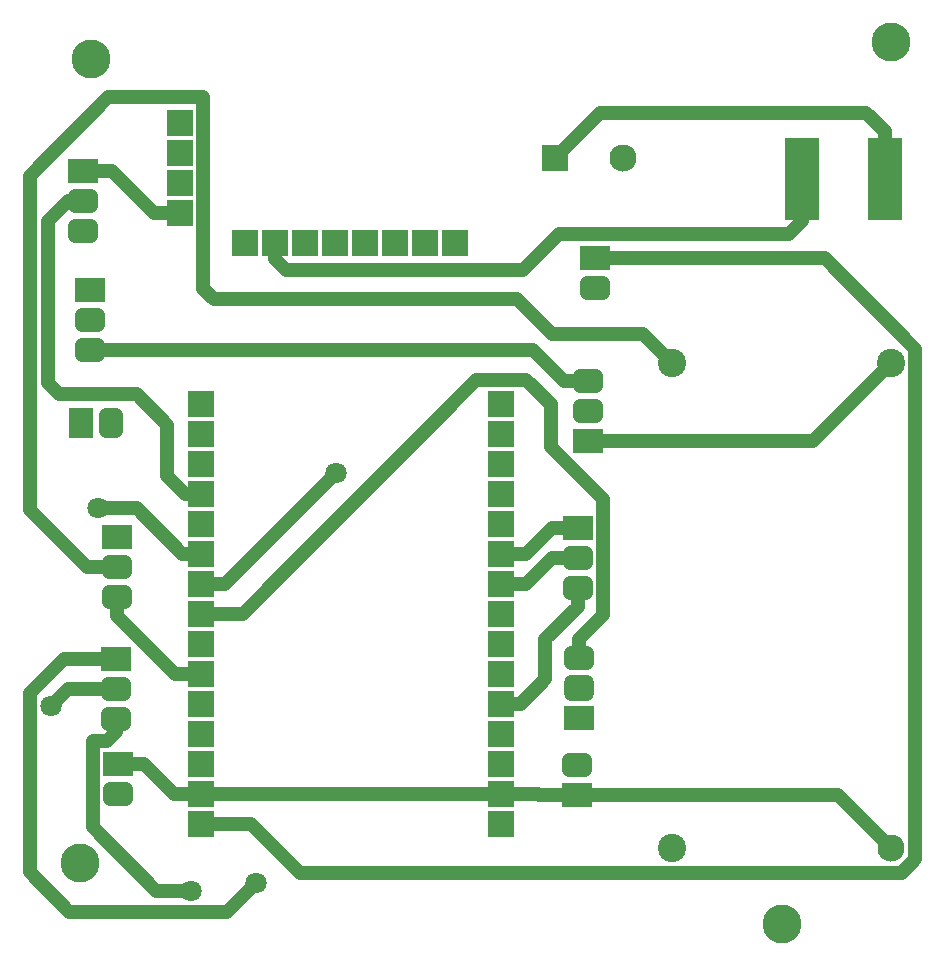
<source format=gbl>
G04*
G04 #@! TF.GenerationSoftware,Altium Limited,Altium Designer,24.0.1 (36)*
G04*
G04 Layer_Physical_Order=2*
G04 Layer_Color=16711680*
%FSLAX43Y43*%
%MOMM*%
G71*
G04*
G04 #@! TF.SameCoordinates,EBF473D2-59F7-4800-8C67-C9A5536F996E*
G04*
G04*
G04 #@! TF.FilePolarity,Positive*
G04*
G01*
G75*
%ADD25R,2.300X2.300*%
%ADD27C,1.200*%
%ADD28R,3.000X7.000*%
G04:AMPARAMS|DCode=29|XSize=2mm|YSize=2.5mm|CornerRadius=0.5mm|HoleSize=0mm|Usage=FLASHONLY|Rotation=270.000|XOffset=0mm|YOffset=0mm|HoleType=Round|Shape=RoundedRectangle|*
%AMROUNDEDRECTD29*
21,1,2.000,1.500,0,0,270.0*
21,1,1.000,2.500,0,0,270.0*
1,1,1.000,-0.750,-0.500*
1,1,1.000,-0.750,0.500*
1,1,1.000,0.750,0.500*
1,1,1.000,0.750,-0.500*
%
%ADD29ROUNDEDRECTD29*%
%ADD30C,3.300*%
G04:AMPARAMS|DCode=31|XSize=2.2mm|YSize=2.5mm|CornerRadius=0.55mm|HoleSize=0mm|Usage=FLASHONLY|Rotation=90.000|XOffset=0mm|YOffset=0mm|HoleType=Round|Shape=RoundedRectangle|*
%AMROUNDEDRECTD31*
21,1,2.200,1.400,0,0,90.0*
21,1,1.100,2.500,0,0,90.0*
1,1,1.100,0.700,0.550*
1,1,1.100,0.700,-0.550*
1,1,1.100,-0.700,-0.550*
1,1,1.100,-0.700,0.550*
%
%ADD31ROUNDEDRECTD31*%
%ADD32R,2.500X2.000*%
G04:AMPARAMS|DCode=33|XSize=2mm|YSize=2.5mm|CornerRadius=0.5mm|HoleSize=0mm|Usage=FLASHONLY|Rotation=0.000|XOffset=0mm|YOffset=0mm|HoleType=Round|Shape=RoundedRectangle|*
%AMROUNDEDRECTD33*
21,1,2.000,1.500,0,0,0.0*
21,1,1.000,2.500,0,0,0.0*
1,1,1.000,0.500,-0.750*
1,1,1.000,-0.500,-0.750*
1,1,1.000,-0.500,0.750*
1,1,1.000,0.500,0.750*
%
%ADD33ROUNDEDRECTD33*%
%ADD34R,2.000X2.500*%
%ADD35C,2.300*%
%ADD36C,2.400*%
%ADD37R,2.200X2.200*%
%ADD38R,2.200X2.200*%
%ADD39C,1.800*%
D25*
X46000Y68600D02*
D03*
D27*
X48800Y44660D02*
X67860D01*
X74400Y51200D01*
X69940Y14660D02*
X74400Y10200D01*
X47800Y14660D02*
X69940D01*
X4784Y23660D02*
X8800D01*
X3299Y22174D02*
X4784Y23660D01*
X4409Y26200D02*
X8800D01*
X1499Y23289D02*
X4409Y26200D01*
X1499Y8101D02*
Y23289D01*
Y8101D02*
X4847Y4753D01*
X18212D01*
X20698Y7239D01*
X13780Y24940D02*
X16000D01*
X8900Y29820D02*
X13780Y24940D01*
X8900Y29820D02*
Y31400D01*
X18005Y32560D02*
X27403Y41958D01*
X16000Y32560D02*
X18005D01*
X7286Y38964D02*
X10563D01*
X14427Y35100D01*
X16000D01*
X48000Y26240D02*
Y27838D01*
X50060Y29898D01*
Y39700D01*
X45640Y44120D02*
X50060Y39700D01*
X45640Y44120D02*
Y47727D01*
X43558Y49809D02*
X45640Y47727D01*
X39327Y49809D02*
X43558D01*
X19538Y30020D02*
X39327Y49809D01*
X16000Y30020D02*
X19538D01*
X12209Y6553D02*
X15186D01*
X6850Y11913D02*
X12209Y6553D01*
X6850Y11913D02*
Y19202D01*
X8023D01*
X8800Y19979D01*
Y21120D01*
X53429Y53670D02*
X55899Y51200D01*
X45691Y53670D02*
X53429D01*
X42745Y56617D02*
X45691Y53670D01*
X17116Y56617D02*
X42745D01*
X16202Y57531D02*
X17116Y56617D01*
X16202Y57531D02*
Y73736D01*
X8175D02*
X16202D01*
X1495Y67056D02*
X8175Y73736D01*
X1495Y38791D02*
Y67056D01*
Y38791D02*
X6347Y33940D01*
X8900D01*
X14630Y40180D02*
X16000D01*
X13154Y41656D02*
X14630Y40180D01*
X13154Y41656D02*
Y45999D01*
X10563Y48590D02*
X13154Y45999D01*
X3959Y48590D02*
X10563D01*
X3019Y49530D02*
X3959Y48590D01*
X3019Y49530D02*
Y63246D01*
X4733Y64960D01*
X6000D01*
X46778Y49740D02*
X48800D01*
X44158Y52360D02*
X46778Y49740D01*
X6600Y52360D02*
X44158D01*
X22240Y60071D02*
Y61400D01*
Y60071D02*
X23231Y59080D01*
X43253D01*
X46326Y62154D01*
X65808D01*
X66900Y63246D01*
Y66800D01*
X41400Y22400D02*
X43098D01*
X45158Y24460D01*
Y27839D01*
X47900Y30582D01*
Y32160D01*
X49400Y60100D02*
X68852D01*
X76501Y52451D01*
Y9220D02*
Y52451D01*
X75333Y8052D02*
X76501Y9220D01*
X24406Y8052D02*
X75333D01*
X20218Y12240D02*
X24406Y8052D01*
X16000Y12240D02*
X20218D01*
X12008Y63960D02*
X14200D01*
X8468Y67500D02*
X12008Y63960D01*
X6000Y67500D02*
X8468D01*
X73900Y66800D02*
Y70866D01*
X72340Y72426D02*
X73900Y70866D01*
X49826Y72426D02*
X72340D01*
X46000Y68600D02*
X49826Y72426D01*
X44643Y14660D02*
X47800D01*
X44523Y14780D02*
X44643Y14660D01*
X41400Y14780D02*
X44523D01*
X16000D02*
X41400D01*
X13743D02*
X16000D01*
X11223Y17300D02*
X13743Y14780D01*
X9000Y17300D02*
X11223D01*
X45698Y37240D02*
X47900D01*
X43558Y35100D02*
X45698Y37240D01*
X41400Y35100D02*
X43558D01*
X45698Y34700D02*
X47900D01*
X43558Y32560D02*
X45698Y34700D01*
X41400Y32560D02*
X43558D01*
D28*
X73900Y66800D02*
D03*
X66900D02*
D03*
D29*
X8900Y31400D02*
D03*
Y33940D02*
D03*
X48800Y49740D02*
D03*
X48000Y26240D02*
D03*
X6600Y54900D02*
D03*
Y52360D02*
D03*
X48800Y47200D02*
D03*
X49400Y57560D02*
D03*
X6000Y64960D02*
D03*
Y62420D02*
D03*
X47900Y34700D02*
D03*
Y32160D02*
D03*
X9000Y14760D02*
D03*
X8800Y23660D02*
D03*
Y21120D02*
D03*
X47800Y17200D02*
D03*
D30*
X65200Y3700D02*
D03*
X5800Y8900D02*
D03*
X74400Y78400D02*
D03*
X6700Y77000D02*
D03*
D31*
X48000Y23700D02*
D03*
D32*
Y21160D02*
D03*
X8900Y36480D02*
D03*
X6600Y57440D02*
D03*
X48800Y44660D02*
D03*
X49400Y60100D02*
D03*
X6000Y67500D02*
D03*
X47900Y37240D02*
D03*
X9000Y17300D02*
D03*
X8800Y26200D02*
D03*
X47800Y14660D02*
D03*
D33*
X8400Y46200D02*
D03*
D34*
X5860D02*
D03*
D35*
X51700Y68600D02*
D03*
X74400Y10200D02*
D03*
D36*
X55899Y51200D02*
D03*
Y10200D02*
D03*
X74400Y51200D02*
D03*
D37*
X14200Y63960D02*
D03*
Y66500D02*
D03*
Y69040D02*
D03*
Y71580D02*
D03*
X27320Y61400D02*
D03*
X29860D02*
D03*
X32400D02*
D03*
X34940D02*
D03*
X37480D02*
D03*
D38*
X24780D02*
D03*
X22240D02*
D03*
X19700D02*
D03*
X41400Y47800D02*
D03*
X16000D02*
D03*
Y45260D02*
D03*
Y42720D02*
D03*
Y40180D02*
D03*
Y37640D02*
D03*
Y35100D02*
D03*
Y32560D02*
D03*
Y30020D02*
D03*
Y27480D02*
D03*
Y24940D02*
D03*
Y22400D02*
D03*
Y19860D02*
D03*
Y17320D02*
D03*
Y14780D02*
D03*
Y12240D02*
D03*
X41400D02*
D03*
Y14780D02*
D03*
Y17320D02*
D03*
Y19860D02*
D03*
Y22400D02*
D03*
Y24940D02*
D03*
Y27480D02*
D03*
Y30020D02*
D03*
Y32560D02*
D03*
Y35100D02*
D03*
Y37640D02*
D03*
Y40180D02*
D03*
Y42720D02*
D03*
Y45260D02*
D03*
D39*
X3299Y22174D02*
D03*
X20698Y7239D02*
D03*
X27403Y41958D02*
D03*
X7286Y38964D02*
D03*
X15186Y6553D02*
D03*
M02*

</source>
